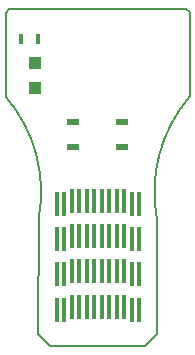
<source format=gbr>
%TF.GenerationSoftware,KiCad,Pcbnew,5.1.6-c6e7f7d~86~ubuntu18.04.1*%
%TF.CreationDate,2020-06-11T10:44:15+02:00*%
%TF.ProjectId,AVR_ISP_With_POGO_Pin,4156525f-4953-4505-9f57-6974685f504f,rev?*%
%TF.SameCoordinates,PX80efd00PY76109c0*%
%TF.FileFunction,Paste,Top*%
%TF.FilePolarity,Positive*%
%FSLAX46Y46*%
G04 Gerber Fmt 4.6, Leading zero omitted, Abs format (unit mm)*
G04 Created by KiCad (PCBNEW 5.1.6-c6e7f7d~86~ubuntu18.04.1) date 2020-06-11 10:44:15*
%MOMM*%
%LPD*%
G01*
G04 APERTURE LIST*
%TA.AperFunction,Profile*%
%ADD10C,0.150000*%
%TD*%
%ADD11R,1.138880X1.138880*%
%ADD12R,0.440000X0.840000*%
%ADD13R,0.990000X0.590000*%
%ADD14R,0.304800X2.000000*%
G04 APERTURE END LIST*
D10*
X2780000Y1020000D02*
X3800000Y0D01*
X2802713Y10749714D02*
X2780000Y1020000D01*
X15600000Y28210000D02*
X15300000Y28500000D01*
X15602763Y21102606D02*
X15600000Y28210000D01*
X300000Y28500000D02*
X0Y28200000D01*
X15300000Y28500000D02*
X300000Y28500000D01*
X15602763Y21102605D02*
G75*
G03*
X12800000Y10800000I9447237J-8102605D01*
G01*
X2802713Y10749714D02*
G75*
G03*
X0Y21100000I-12202713J2250286D01*
G01*
X11800000Y0D02*
X12800000Y1000000D01*
X11800000Y0D02*
X3800000Y0D01*
X12800000Y10800000D02*
X12800000Y1000000D01*
X0Y21100000D02*
X0Y28200000D01*
D11*
%TO.C,D1*%
X2500000Y23949020D03*
X2500000Y21850980D03*
%TD*%
D12*
%TO.C,R1*%
X2770000Y26000000D03*
X1270000Y26000000D03*
%TD*%
D13*
%TO.C,S1*%
X5725000Y18975000D03*
X9875000Y18975000D03*
X5725000Y16825000D03*
X9875000Y16825000D03*
%TD*%
D14*
%TO.C,P2*%
X11267100Y3024800D03*
X11267100Y6024800D03*
X11267100Y9024800D03*
X11267100Y12024800D03*
X10682900Y3024800D03*
X10682900Y6024800D03*
X10682900Y9024800D03*
X10682900Y12024800D03*
X9997100Y3278800D03*
X8727100Y3278800D03*
X4917100Y3024800D03*
X9997100Y9278800D03*
X8727100Y9278800D03*
X7457100Y9278800D03*
X6187100Y9278800D03*
X4917100Y9024800D03*
X9997100Y6278800D03*
X8727100Y6278800D03*
X7457100Y6278800D03*
X6187100Y6278800D03*
X4917100Y6024800D03*
X9997100Y12278800D03*
X8727100Y12278800D03*
X7457100Y12278800D03*
X6187100Y12278800D03*
X4917100Y12024800D03*
X9412900Y12278800D03*
X8142900Y12278800D03*
X6872900Y12278800D03*
X5602900Y12278800D03*
X4332900Y12024800D03*
X9412900Y9278800D03*
X8142900Y9278800D03*
X6872900Y9278800D03*
X5602900Y9278800D03*
X4332900Y9024800D03*
X9412900Y6278800D03*
X8142900Y6278800D03*
X6872900Y6278800D03*
X5602900Y6278800D03*
X4332900Y6024800D03*
X9412900Y3278800D03*
X8142900Y3278800D03*
X4332900Y3024800D03*
X7457100Y3278800D03*
X6187100Y3278800D03*
X6872900Y3278800D03*
X5602900Y3278800D03*
%TD*%
M02*

</source>
